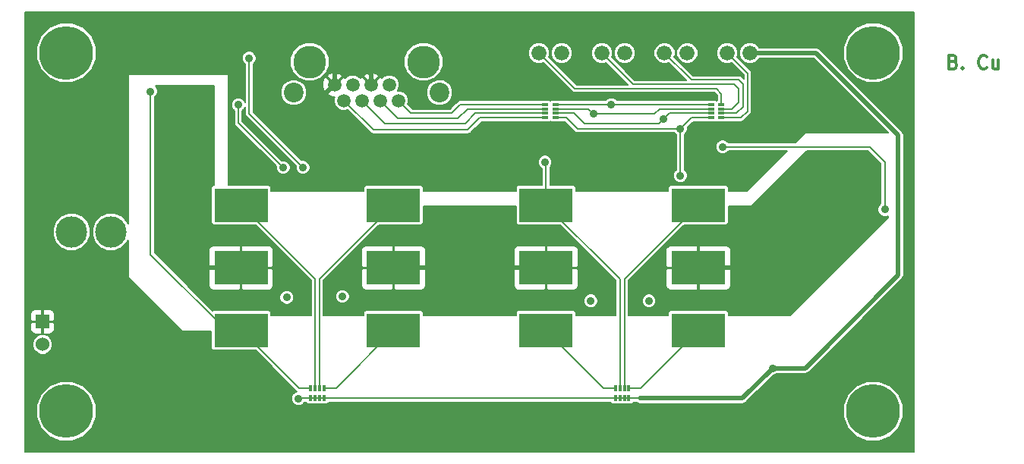
<source format=gbl>
G04 (created by PCBNEW (2013-mar-13)-testing) date Thu 26 Sep 2013 17:04:14 BST*
%MOIN*%
G04 Gerber Fmt 3.4, Leading zero omitted, Abs format*
%FSLAX34Y34*%
G01*
G70*
G90*
G04 APERTURE LIST*
%ADD10C,0.005906*%
%ADD11C,0.011811*%
%ADD12C,0.066000*%
%ADD13R,0.236220X0.149606*%
%ADD14R,0.011800X0.025600*%
%ADD15R,0.025600X0.011800*%
%ADD16C,0.236220*%
%ADD17C,0.143700*%
%ADD18C,0.059100*%
%ADD19C,0.086614*%
%ADD20C,0.137795*%
%ADD21R,0.060000X0.060000*%
%ADD22C,0.060000*%
%ADD23C,0.035000*%
%ADD24C,0.019685*%
%ADD25C,0.007874*%
G04 APERTURE END LIST*
G54D10*
G54D11*
X45649Y-7083D02*
X45733Y-7111D01*
X45762Y-7140D01*
X45790Y-7196D01*
X45790Y-7280D01*
X45762Y-7336D01*
X45733Y-7365D01*
X45677Y-7393D01*
X45452Y-7393D01*
X45452Y-6802D01*
X45649Y-6802D01*
X45705Y-6830D01*
X45733Y-6858D01*
X45762Y-6915D01*
X45762Y-6971D01*
X45733Y-7027D01*
X45705Y-7055D01*
X45649Y-7083D01*
X45452Y-7083D01*
X46043Y-7336D02*
X46071Y-7365D01*
X46043Y-7393D01*
X46015Y-7365D01*
X46043Y-7336D01*
X46043Y-7393D01*
X47111Y-7336D02*
X47083Y-7365D01*
X46999Y-7393D01*
X46943Y-7393D01*
X46858Y-7365D01*
X46802Y-7308D01*
X46774Y-7252D01*
X46746Y-7140D01*
X46746Y-7055D01*
X46774Y-6943D01*
X46802Y-6886D01*
X46858Y-6830D01*
X46943Y-6802D01*
X46999Y-6802D01*
X47083Y-6830D01*
X47111Y-6858D01*
X47618Y-6999D02*
X47618Y-7393D01*
X47365Y-6999D02*
X47365Y-7308D01*
X47393Y-7365D01*
X47449Y-7393D01*
X47533Y-7393D01*
X47589Y-7365D01*
X47618Y-7336D01*
G54D12*
X35720Y-6692D03*
X36720Y-6692D03*
X32964Y-6692D03*
X33964Y-6692D03*
X30208Y-6692D03*
X31208Y-6692D03*
X27452Y-6692D03*
X28452Y-6692D03*
G54D13*
X34448Y-13385D03*
X34448Y-16141D03*
X34448Y-18897D03*
X27755Y-13385D03*
X27755Y-16141D03*
X27755Y-18897D03*
X21062Y-13385D03*
X21062Y-16141D03*
X21062Y-18897D03*
X14370Y-13385D03*
X14370Y-16141D03*
X14370Y-18897D03*
G54D14*
X18011Y-21881D03*
X17814Y-21881D03*
X17617Y-21881D03*
X17420Y-21881D03*
X17420Y-21428D03*
X17617Y-21428D03*
X17814Y-21428D03*
X18011Y-21428D03*
X31397Y-21881D03*
X31200Y-21881D03*
X31003Y-21881D03*
X30806Y-21881D03*
X30806Y-21428D03*
X31003Y-21428D03*
X31200Y-21428D03*
X31397Y-21428D03*
G54D15*
X35008Y-9546D03*
X35008Y-9349D03*
X35008Y-9152D03*
X35008Y-8955D03*
X35461Y-8955D03*
X35461Y-9152D03*
X35461Y-9349D03*
X35461Y-9546D03*
X28180Y-8956D03*
X28180Y-9153D03*
X28180Y-9350D03*
X28180Y-9547D03*
X27727Y-9547D03*
X27727Y-9350D03*
X27727Y-9153D03*
X27727Y-8956D03*
G54D16*
X42125Y-22440D03*
X42125Y-6692D03*
X6692Y-6692D03*
X6692Y-22440D03*
G54D17*
X17381Y-7086D03*
X22381Y-7086D03*
G54D18*
X18476Y-8086D03*
X18877Y-8787D03*
X19279Y-8086D03*
X19681Y-8787D03*
X20082Y-8086D03*
X20484Y-8787D03*
X20885Y-8086D03*
X21287Y-8787D03*
G54D19*
X16681Y-8437D03*
X23082Y-8437D03*
G54D20*
X6929Y-14566D03*
X8661Y-14566D03*
G54D21*
X5649Y-18511D03*
G54D22*
X5649Y-19511D03*
G54D23*
X29724Y-17598D03*
X32283Y-17598D03*
X16377Y-17440D03*
X18818Y-17401D03*
X5905Y-11496D03*
X5354Y-11496D03*
X5590Y-11889D03*
X16889Y-21889D03*
X37716Y-20551D03*
X30629Y-8976D03*
X14251Y-8976D03*
X16220Y-11732D03*
X14724Y-6929D03*
X17086Y-11732D03*
X29842Y-9370D03*
X27716Y-11496D03*
X42637Y-13582D03*
X35511Y-10826D03*
X32913Y-9606D03*
X10393Y-8385D03*
X33661Y-10039D03*
X33661Y-12086D03*
X11732Y-9370D03*
X41181Y-12125D03*
G54D24*
X14409Y-5354D02*
X10472Y-5354D01*
X10472Y-5354D02*
X5905Y-9921D01*
X15354Y-6299D02*
X14409Y-5354D01*
X5905Y-11496D02*
X5905Y-9921D01*
X15354Y-8346D02*
X15354Y-6299D01*
X16456Y-9448D02*
X15354Y-8346D01*
X17086Y-9448D02*
X16456Y-9448D01*
X18448Y-8086D02*
X17086Y-9448D01*
X18448Y-8086D02*
X18476Y-8086D01*
X20082Y-8086D02*
X20082Y-7641D01*
X18476Y-7586D02*
X18476Y-8086D01*
X18818Y-7244D02*
X18476Y-7586D01*
X19685Y-7244D02*
X18818Y-7244D01*
X20082Y-7641D02*
X19685Y-7244D01*
G54D25*
X18011Y-21881D02*
X30806Y-21881D01*
X16897Y-21881D02*
X17420Y-21881D01*
G54D24*
X16889Y-21889D02*
X16897Y-21881D01*
X37716Y-20551D02*
X39133Y-20551D01*
X39606Y-6692D02*
X36720Y-6692D01*
X43228Y-10314D02*
X39606Y-6692D01*
X43228Y-16456D02*
X43228Y-10314D01*
X39133Y-20551D02*
X43228Y-16456D01*
X36386Y-21881D02*
X37716Y-20551D01*
X31889Y-21881D02*
X36386Y-21881D01*
G54D25*
X31397Y-21881D02*
X31889Y-21881D01*
X17420Y-21881D02*
X17617Y-21881D01*
X17617Y-21881D02*
X17814Y-21881D01*
X17814Y-21881D02*
X18011Y-21881D01*
X30806Y-21881D02*
X31003Y-21881D01*
X31003Y-21881D02*
X31200Y-21881D01*
X31200Y-21881D02*
X31397Y-21881D01*
X30629Y-8956D02*
X30629Y-8976D01*
X28180Y-8956D02*
X30629Y-8956D01*
X30629Y-8956D02*
X35007Y-8956D01*
X35007Y-8956D02*
X35008Y-8955D01*
X31586Y-8070D02*
X30208Y-6692D01*
X36021Y-8070D02*
X31586Y-8070D01*
X36219Y-8268D02*
X36021Y-8070D01*
X36219Y-8858D02*
X36219Y-8268D01*
X35924Y-9152D02*
X36219Y-8858D01*
X35461Y-9152D02*
X35924Y-9152D01*
X34145Y-7874D02*
X32964Y-6692D01*
X36220Y-7874D02*
X34145Y-7874D01*
X36417Y-8070D02*
X36220Y-7874D01*
X36417Y-9055D02*
X36417Y-8070D01*
X36122Y-9349D02*
X36417Y-9055D01*
X35461Y-9349D02*
X36122Y-9349D01*
X14251Y-9763D02*
X14251Y-8976D01*
X16220Y-11732D02*
X14251Y-9763D01*
X17814Y-16634D02*
X21062Y-13385D01*
X17814Y-21428D02*
X17814Y-16634D01*
X14724Y-9370D02*
X14724Y-6929D01*
X17086Y-11732D02*
X14724Y-9370D01*
X18011Y-21428D02*
X18532Y-21428D01*
X18532Y-21428D02*
X21062Y-18897D01*
X17617Y-21428D02*
X17617Y-16633D01*
X17617Y-16633D02*
X14370Y-13385D01*
X27727Y-9350D02*
X24664Y-9350D01*
X20696Y-9803D02*
X19681Y-8787D01*
X24212Y-9803D02*
X20696Y-9803D01*
X24664Y-9350D02*
X24212Y-9803D01*
X27727Y-8956D02*
X23995Y-8956D01*
X21830Y-9330D02*
X21287Y-8787D01*
X23622Y-9330D02*
X21830Y-9330D01*
X23995Y-8956D02*
X23622Y-9330D01*
X27727Y-9153D02*
X24310Y-9153D01*
X21263Y-9566D02*
X20484Y-8787D01*
X23897Y-9566D02*
X21263Y-9566D01*
X24310Y-9153D02*
X23897Y-9566D01*
X28180Y-9153D02*
X29626Y-9153D01*
X29626Y-9153D02*
X29842Y-9370D01*
X29842Y-9370D02*
X32519Y-9370D01*
X32519Y-9370D02*
X32736Y-9152D01*
X32736Y-9152D02*
X35008Y-9152D01*
X27727Y-9547D02*
X24861Y-9547D01*
X20169Y-10078D02*
X18877Y-8787D01*
X24330Y-10078D02*
X20169Y-10078D01*
X24861Y-9547D02*
X24330Y-10078D01*
X31200Y-16634D02*
X34448Y-13385D01*
X31200Y-21428D02*
X31200Y-16634D01*
X30806Y-21428D02*
X30286Y-21428D01*
X30286Y-21428D02*
X27755Y-18897D01*
X27755Y-11535D02*
X27755Y-13385D01*
X27716Y-11496D02*
X27755Y-11535D01*
X31003Y-21428D02*
X31003Y-16633D01*
X31003Y-16633D02*
X27755Y-13385D01*
X31397Y-21428D02*
X31917Y-21428D01*
X31917Y-21428D02*
X34448Y-18897D01*
X28180Y-9350D02*
X28996Y-9350D01*
X32716Y-9803D02*
X32913Y-9606D01*
X29448Y-9803D02*
X32716Y-9803D01*
X28996Y-9350D02*
X29448Y-9803D01*
X35008Y-9349D02*
X33169Y-9349D01*
X33169Y-9349D02*
X32913Y-9606D01*
X42637Y-13582D02*
X42637Y-11496D01*
X42637Y-11496D02*
X41968Y-10826D01*
X41968Y-10826D02*
X35511Y-10826D01*
X14370Y-18897D02*
X13740Y-18897D01*
X10393Y-15551D02*
X10393Y-8385D01*
X13740Y-18897D02*
X10393Y-15551D01*
X16900Y-21428D02*
X14370Y-18897D01*
X17420Y-21428D02*
X16900Y-21428D01*
X36614Y-7586D02*
X35720Y-6692D01*
X36614Y-9251D02*
X36614Y-7586D01*
X36319Y-9546D02*
X36614Y-9251D01*
X35461Y-9546D02*
X36319Y-9546D01*
X34153Y-9546D02*
X35008Y-9546D01*
X33661Y-10039D02*
X34153Y-9546D01*
X29133Y-10039D02*
X33661Y-10039D01*
X28642Y-9547D02*
X29133Y-10039D01*
X28180Y-9547D02*
X28642Y-9547D01*
X33661Y-12086D02*
X33661Y-10039D01*
X29027Y-8267D02*
X27452Y-6692D01*
X35236Y-8267D02*
X29027Y-8267D01*
X35461Y-8492D02*
X35236Y-8267D01*
X35461Y-8955D02*
X35461Y-8492D01*
G54D24*
X14370Y-16141D02*
X12755Y-16141D01*
X11732Y-15118D02*
X11732Y-9370D01*
X12755Y-16141D02*
X11732Y-15118D01*
X34448Y-16141D02*
X37165Y-16141D01*
X37165Y-16141D02*
X41181Y-12125D01*
X21062Y-16141D02*
X27755Y-16141D01*
G54D10*
G36*
X17440Y-18228D02*
X16692Y-18228D01*
X16692Y-17378D01*
X16644Y-17263D01*
X16556Y-17174D01*
X16440Y-17126D01*
X16315Y-17126D01*
X16200Y-17174D01*
X16111Y-17262D01*
X16063Y-17378D01*
X16063Y-17503D01*
X16111Y-17618D01*
X16199Y-17707D01*
X16315Y-17755D01*
X16440Y-17755D01*
X16555Y-17707D01*
X16644Y-17619D01*
X16692Y-17503D01*
X16692Y-17378D01*
X16692Y-18228D01*
X15790Y-18228D01*
X15790Y-16937D01*
X15790Y-16221D01*
X15790Y-16062D01*
X15790Y-15346D01*
X15754Y-15258D01*
X15686Y-15190D01*
X15598Y-15154D01*
X15503Y-15154D01*
X14449Y-15154D01*
X14389Y-15214D01*
X14389Y-16122D01*
X15730Y-16122D01*
X15790Y-16062D01*
X15790Y-16221D01*
X15730Y-16161D01*
X14389Y-16161D01*
X14389Y-17069D01*
X14449Y-17129D01*
X15503Y-17129D01*
X15598Y-17129D01*
X15686Y-17092D01*
X15754Y-17025D01*
X15790Y-16937D01*
X15790Y-18228D01*
X15688Y-18228D01*
X15688Y-18122D01*
X15667Y-18071D01*
X15629Y-18032D01*
X15578Y-18011D01*
X15523Y-18011D01*
X14350Y-18011D01*
X14350Y-17069D01*
X14350Y-16161D01*
X14350Y-16122D01*
X14350Y-15214D01*
X14290Y-15154D01*
X13236Y-15154D01*
X13141Y-15154D01*
X13053Y-15190D01*
X12986Y-15258D01*
X12949Y-15346D01*
X12949Y-16062D01*
X13009Y-16122D01*
X14350Y-16122D01*
X14350Y-16161D01*
X13009Y-16161D01*
X12949Y-16221D01*
X12949Y-16937D01*
X12986Y-17025D01*
X13053Y-17092D01*
X13141Y-17129D01*
X13236Y-17129D01*
X14290Y-17129D01*
X14350Y-17069D01*
X14350Y-18011D01*
X13161Y-18011D01*
X13121Y-18028D01*
X10570Y-15477D01*
X10570Y-8650D01*
X10658Y-8563D01*
X10706Y-8448D01*
X10706Y-8323D01*
X10659Y-8208D01*
X10599Y-8149D01*
X13188Y-8149D01*
X13188Y-12500D01*
X13161Y-12500D01*
X13110Y-12520D01*
X13072Y-12559D01*
X13051Y-12610D01*
X13051Y-12665D01*
X13051Y-14161D01*
X13072Y-14211D01*
X13110Y-14250D01*
X13161Y-14271D01*
X13216Y-14271D01*
X15005Y-14271D01*
X17440Y-16706D01*
X17440Y-18228D01*
X17440Y-18228D01*
G37*
G54D25*
X17440Y-18228D02*
X16692Y-18228D01*
X16692Y-17378D01*
X16644Y-17263D01*
X16556Y-17174D01*
X16440Y-17126D01*
X16315Y-17126D01*
X16200Y-17174D01*
X16111Y-17262D01*
X16063Y-17378D01*
X16063Y-17503D01*
X16111Y-17618D01*
X16199Y-17707D01*
X16315Y-17755D01*
X16440Y-17755D01*
X16555Y-17707D01*
X16644Y-17619D01*
X16692Y-17503D01*
X16692Y-17378D01*
X16692Y-18228D01*
X15790Y-18228D01*
X15790Y-16937D01*
X15790Y-16221D01*
X15790Y-16062D01*
X15790Y-15346D01*
X15754Y-15258D01*
X15686Y-15190D01*
X15598Y-15154D01*
X15503Y-15154D01*
X14449Y-15154D01*
X14389Y-15214D01*
X14389Y-16122D01*
X15730Y-16122D01*
X15790Y-16062D01*
X15790Y-16221D01*
X15730Y-16161D01*
X14389Y-16161D01*
X14389Y-17069D01*
X14449Y-17129D01*
X15503Y-17129D01*
X15598Y-17129D01*
X15686Y-17092D01*
X15754Y-17025D01*
X15790Y-16937D01*
X15790Y-18228D01*
X15688Y-18228D01*
X15688Y-18122D01*
X15667Y-18071D01*
X15629Y-18032D01*
X15578Y-18011D01*
X15523Y-18011D01*
X14350Y-18011D01*
X14350Y-17069D01*
X14350Y-16161D01*
X14350Y-16122D01*
X14350Y-15214D01*
X14290Y-15154D01*
X13236Y-15154D01*
X13141Y-15154D01*
X13053Y-15190D01*
X12986Y-15258D01*
X12949Y-15346D01*
X12949Y-16062D01*
X13009Y-16122D01*
X14350Y-16122D01*
X14350Y-16161D01*
X13009Y-16161D01*
X12949Y-16221D01*
X12949Y-16937D01*
X12986Y-17025D01*
X13053Y-17092D01*
X13141Y-17129D01*
X13236Y-17129D01*
X14290Y-17129D01*
X14350Y-17069D01*
X14350Y-18011D01*
X13161Y-18011D01*
X13121Y-18028D01*
X10570Y-15477D01*
X10570Y-8650D01*
X10658Y-8563D01*
X10706Y-8448D01*
X10706Y-8323D01*
X10659Y-8208D01*
X10599Y-8149D01*
X13188Y-8149D01*
X13188Y-12500D01*
X13161Y-12500D01*
X13110Y-12520D01*
X13072Y-12559D01*
X13051Y-12610D01*
X13051Y-12665D01*
X13051Y-14161D01*
X13072Y-14211D01*
X13110Y-14250D01*
X13161Y-14271D01*
X13216Y-14271D01*
X15005Y-14271D01*
X17440Y-16706D01*
X17440Y-18228D01*
G54D10*
G36*
X30826Y-18228D02*
X30038Y-18228D01*
X30038Y-17536D01*
X29991Y-17420D01*
X29902Y-17332D01*
X29787Y-17284D01*
X29662Y-17284D01*
X29546Y-17331D01*
X29458Y-17420D01*
X29410Y-17535D01*
X29409Y-17660D01*
X29457Y-17776D01*
X29546Y-17864D01*
X29661Y-17912D01*
X29786Y-17912D01*
X29902Y-17865D01*
X29990Y-17776D01*
X30038Y-17661D01*
X30038Y-17536D01*
X30038Y-18228D01*
X29176Y-18228D01*
X29176Y-16937D01*
X29176Y-16221D01*
X29176Y-16062D01*
X29176Y-15346D01*
X29139Y-15258D01*
X29072Y-15190D01*
X28984Y-15154D01*
X28889Y-15154D01*
X27835Y-15154D01*
X27775Y-15214D01*
X27775Y-16122D01*
X29116Y-16122D01*
X29176Y-16062D01*
X29176Y-16221D01*
X29116Y-16161D01*
X27775Y-16161D01*
X27775Y-17069D01*
X27835Y-17129D01*
X28889Y-17129D01*
X28984Y-17129D01*
X29072Y-17092D01*
X29139Y-17025D01*
X29176Y-16937D01*
X29176Y-18228D01*
X29074Y-18228D01*
X29074Y-18122D01*
X29053Y-18071D01*
X29015Y-18032D01*
X28964Y-18011D01*
X28909Y-18011D01*
X27736Y-18011D01*
X27736Y-17069D01*
X27736Y-16161D01*
X27736Y-16122D01*
X27736Y-15214D01*
X27676Y-15154D01*
X26622Y-15154D01*
X26527Y-15154D01*
X26439Y-15190D01*
X26371Y-15258D01*
X26335Y-15346D01*
X26335Y-16062D01*
X26395Y-16122D01*
X27736Y-16122D01*
X27736Y-16161D01*
X26395Y-16161D01*
X26335Y-16221D01*
X26335Y-16937D01*
X26371Y-17025D01*
X26439Y-17092D01*
X26527Y-17129D01*
X26622Y-17129D01*
X27676Y-17129D01*
X27736Y-17069D01*
X27736Y-18011D01*
X26547Y-18011D01*
X26496Y-18032D01*
X26457Y-18071D01*
X26437Y-18122D01*
X26437Y-18177D01*
X26437Y-18228D01*
X22483Y-18228D01*
X22483Y-16937D01*
X22483Y-16221D01*
X22483Y-16062D01*
X22483Y-15346D01*
X22447Y-15258D01*
X22379Y-15190D01*
X22291Y-15154D01*
X22196Y-15154D01*
X21142Y-15154D01*
X21082Y-15214D01*
X21082Y-16122D01*
X22423Y-16122D01*
X22483Y-16062D01*
X22483Y-16221D01*
X22423Y-16161D01*
X21082Y-16161D01*
X21082Y-17069D01*
X21142Y-17129D01*
X22196Y-17129D01*
X22291Y-17129D01*
X22379Y-17092D01*
X22447Y-17025D01*
X22483Y-16937D01*
X22483Y-18228D01*
X22383Y-18228D01*
X22383Y-18121D01*
X22362Y-18070D01*
X22323Y-18031D01*
X22271Y-18010D01*
X22216Y-18010D01*
X21043Y-18010D01*
X21043Y-17069D01*
X21043Y-16161D01*
X21043Y-16122D01*
X21043Y-15214D01*
X20983Y-15154D01*
X19929Y-15154D01*
X19834Y-15154D01*
X19746Y-15190D01*
X19678Y-15258D01*
X19642Y-15346D01*
X19642Y-16062D01*
X19702Y-16122D01*
X21043Y-16122D01*
X21043Y-16161D01*
X19702Y-16161D01*
X19642Y-16221D01*
X19642Y-16937D01*
X19678Y-17025D01*
X19746Y-17092D01*
X19834Y-17129D01*
X19929Y-17129D01*
X20983Y-17129D01*
X21043Y-17069D01*
X21043Y-18010D01*
X19854Y-18010D01*
X19802Y-18031D01*
X19763Y-18070D01*
X19742Y-18121D01*
X19742Y-18177D01*
X19742Y-18228D01*
X19133Y-18228D01*
X19133Y-17339D01*
X19085Y-17223D01*
X18997Y-17135D01*
X18881Y-17087D01*
X18756Y-17087D01*
X18641Y-17134D01*
X18552Y-17223D01*
X18504Y-17338D01*
X18504Y-17463D01*
X18552Y-17579D01*
X18640Y-17667D01*
X18756Y-17715D01*
X18881Y-17715D01*
X18996Y-17668D01*
X19085Y-17579D01*
X19133Y-17464D01*
X19133Y-17339D01*
X19133Y-18228D01*
X17991Y-18228D01*
X17991Y-16707D01*
X20427Y-14271D01*
X22271Y-14271D01*
X22322Y-14250D01*
X22360Y-14211D01*
X22381Y-14161D01*
X22381Y-14106D01*
X22381Y-13425D01*
X26437Y-13425D01*
X26437Y-14161D01*
X26457Y-14211D01*
X26496Y-14250D01*
X26547Y-14271D01*
X26602Y-14271D01*
X28391Y-14271D01*
X30826Y-16706D01*
X30826Y-18228D01*
X30826Y-18228D01*
G37*
G54D25*
X30826Y-18228D02*
X30038Y-18228D01*
X30038Y-17536D01*
X29991Y-17420D01*
X29902Y-17332D01*
X29787Y-17284D01*
X29662Y-17284D01*
X29546Y-17331D01*
X29458Y-17420D01*
X29410Y-17535D01*
X29409Y-17660D01*
X29457Y-17776D01*
X29546Y-17864D01*
X29661Y-17912D01*
X29786Y-17912D01*
X29902Y-17865D01*
X29990Y-17776D01*
X30038Y-17661D01*
X30038Y-17536D01*
X30038Y-18228D01*
X29176Y-18228D01*
X29176Y-16937D01*
X29176Y-16221D01*
X29176Y-16062D01*
X29176Y-15346D01*
X29139Y-15258D01*
X29072Y-15190D01*
X28984Y-15154D01*
X28889Y-15154D01*
X27835Y-15154D01*
X27775Y-15214D01*
X27775Y-16122D01*
X29116Y-16122D01*
X29176Y-16062D01*
X29176Y-16221D01*
X29116Y-16161D01*
X27775Y-16161D01*
X27775Y-17069D01*
X27835Y-17129D01*
X28889Y-17129D01*
X28984Y-17129D01*
X29072Y-17092D01*
X29139Y-17025D01*
X29176Y-16937D01*
X29176Y-18228D01*
X29074Y-18228D01*
X29074Y-18122D01*
X29053Y-18071D01*
X29015Y-18032D01*
X28964Y-18011D01*
X28909Y-18011D01*
X27736Y-18011D01*
X27736Y-17069D01*
X27736Y-16161D01*
X27736Y-16122D01*
X27736Y-15214D01*
X27676Y-15154D01*
X26622Y-15154D01*
X26527Y-15154D01*
X26439Y-15190D01*
X26371Y-15258D01*
X26335Y-15346D01*
X26335Y-16062D01*
X26395Y-16122D01*
X27736Y-16122D01*
X27736Y-16161D01*
X26395Y-16161D01*
X26335Y-16221D01*
X26335Y-16937D01*
X26371Y-17025D01*
X26439Y-17092D01*
X26527Y-17129D01*
X26622Y-17129D01*
X27676Y-17129D01*
X27736Y-17069D01*
X27736Y-18011D01*
X26547Y-18011D01*
X26496Y-18032D01*
X26457Y-18071D01*
X26437Y-18122D01*
X26437Y-18177D01*
X26437Y-18228D01*
X22483Y-18228D01*
X22483Y-16937D01*
X22483Y-16221D01*
X22483Y-16062D01*
X22483Y-15346D01*
X22447Y-15258D01*
X22379Y-15190D01*
X22291Y-15154D01*
X22196Y-15154D01*
X21142Y-15154D01*
X21082Y-15214D01*
X21082Y-16122D01*
X22423Y-16122D01*
X22483Y-16062D01*
X22483Y-16221D01*
X22423Y-16161D01*
X21082Y-16161D01*
X21082Y-17069D01*
X21142Y-17129D01*
X22196Y-17129D01*
X22291Y-17129D01*
X22379Y-17092D01*
X22447Y-17025D01*
X22483Y-16937D01*
X22483Y-18228D01*
X22383Y-18228D01*
X22383Y-18121D01*
X22362Y-18070D01*
X22323Y-18031D01*
X22271Y-18010D01*
X22216Y-18010D01*
X21043Y-18010D01*
X21043Y-17069D01*
X21043Y-16161D01*
X21043Y-16122D01*
X21043Y-15214D01*
X20983Y-15154D01*
X19929Y-15154D01*
X19834Y-15154D01*
X19746Y-15190D01*
X19678Y-15258D01*
X19642Y-15346D01*
X19642Y-16062D01*
X19702Y-16122D01*
X21043Y-16122D01*
X21043Y-16161D01*
X19702Y-16161D01*
X19642Y-16221D01*
X19642Y-16937D01*
X19678Y-17025D01*
X19746Y-17092D01*
X19834Y-17129D01*
X19929Y-17129D01*
X20983Y-17129D01*
X21043Y-17069D01*
X21043Y-18010D01*
X19854Y-18010D01*
X19802Y-18031D01*
X19763Y-18070D01*
X19742Y-18121D01*
X19742Y-18177D01*
X19742Y-18228D01*
X19133Y-18228D01*
X19133Y-17339D01*
X19085Y-17223D01*
X18997Y-17135D01*
X18881Y-17087D01*
X18756Y-17087D01*
X18641Y-17134D01*
X18552Y-17223D01*
X18504Y-17338D01*
X18504Y-17463D01*
X18552Y-17579D01*
X18640Y-17667D01*
X18756Y-17715D01*
X18881Y-17715D01*
X18996Y-17668D01*
X19085Y-17579D01*
X19133Y-17464D01*
X19133Y-17339D01*
X19133Y-18228D01*
X17991Y-18228D01*
X17991Y-16707D01*
X20427Y-14271D01*
X22271Y-14271D01*
X22322Y-14250D01*
X22360Y-14211D01*
X22381Y-14161D01*
X22381Y-14106D01*
X22381Y-13425D01*
X26437Y-13425D01*
X26437Y-14161D01*
X26457Y-14211D01*
X26496Y-14250D01*
X26547Y-14271D01*
X26602Y-14271D01*
X28391Y-14271D01*
X30826Y-16706D01*
X30826Y-18228D01*
G54D10*
G36*
X42795Y-13920D02*
X38487Y-18228D01*
X35869Y-18228D01*
X35869Y-16937D01*
X35869Y-16221D01*
X35869Y-16062D01*
X35869Y-15346D01*
X35832Y-15258D01*
X35765Y-15190D01*
X35677Y-15154D01*
X35582Y-15154D01*
X34528Y-15154D01*
X34468Y-15214D01*
X34468Y-16122D01*
X35809Y-16122D01*
X35869Y-16062D01*
X35869Y-16221D01*
X35809Y-16161D01*
X34468Y-16161D01*
X34468Y-17069D01*
X34528Y-17129D01*
X35582Y-17129D01*
X35677Y-17129D01*
X35765Y-17092D01*
X35832Y-17025D01*
X35869Y-16937D01*
X35869Y-18228D01*
X35767Y-18228D01*
X35767Y-18122D01*
X35746Y-18071D01*
X35707Y-18032D01*
X35657Y-18011D01*
X35602Y-18011D01*
X34429Y-18011D01*
X34429Y-17069D01*
X34429Y-16161D01*
X34429Y-16122D01*
X34429Y-15214D01*
X34369Y-15154D01*
X33315Y-15154D01*
X33220Y-15154D01*
X33132Y-15190D01*
X33064Y-15258D01*
X33028Y-15346D01*
X33028Y-16062D01*
X33088Y-16122D01*
X34429Y-16122D01*
X34429Y-16161D01*
X33088Y-16161D01*
X33028Y-16221D01*
X33028Y-16937D01*
X33064Y-17025D01*
X33132Y-17092D01*
X33220Y-17129D01*
X33315Y-17129D01*
X34369Y-17129D01*
X34429Y-17069D01*
X34429Y-18011D01*
X33240Y-18011D01*
X33189Y-18032D01*
X33150Y-18071D01*
X33129Y-18122D01*
X33129Y-18177D01*
X33129Y-18228D01*
X32597Y-18228D01*
X32597Y-17536D01*
X32550Y-17420D01*
X32461Y-17332D01*
X32346Y-17284D01*
X32221Y-17284D01*
X32105Y-17331D01*
X32017Y-17420D01*
X31969Y-17535D01*
X31969Y-17660D01*
X32016Y-17776D01*
X32105Y-17864D01*
X32220Y-17912D01*
X32345Y-17912D01*
X32461Y-17865D01*
X32549Y-17776D01*
X32597Y-17661D01*
X32597Y-17536D01*
X32597Y-18228D01*
X31377Y-18228D01*
X31377Y-16707D01*
X33813Y-14271D01*
X35657Y-14271D01*
X35707Y-14250D01*
X35746Y-14211D01*
X35767Y-14161D01*
X35767Y-14106D01*
X35767Y-13425D01*
X36787Y-13425D01*
X39209Y-11003D01*
X41895Y-11003D01*
X42460Y-11569D01*
X42460Y-13317D01*
X42372Y-13405D01*
X42325Y-13520D01*
X42324Y-13644D01*
X42372Y-13759D01*
X42460Y-13847D01*
X42575Y-13895D01*
X42699Y-13895D01*
X42795Y-13856D01*
X42795Y-13920D01*
X42795Y-13920D01*
G37*
G54D25*
X42795Y-13920D02*
X38487Y-18228D01*
X35869Y-18228D01*
X35869Y-16937D01*
X35869Y-16221D01*
X35869Y-16062D01*
X35869Y-15346D01*
X35832Y-15258D01*
X35765Y-15190D01*
X35677Y-15154D01*
X35582Y-15154D01*
X34528Y-15154D01*
X34468Y-15214D01*
X34468Y-16122D01*
X35809Y-16122D01*
X35869Y-16062D01*
X35869Y-16221D01*
X35809Y-16161D01*
X34468Y-16161D01*
X34468Y-17069D01*
X34528Y-17129D01*
X35582Y-17129D01*
X35677Y-17129D01*
X35765Y-17092D01*
X35832Y-17025D01*
X35869Y-16937D01*
X35869Y-18228D01*
X35767Y-18228D01*
X35767Y-18122D01*
X35746Y-18071D01*
X35707Y-18032D01*
X35657Y-18011D01*
X35602Y-18011D01*
X34429Y-18011D01*
X34429Y-17069D01*
X34429Y-16161D01*
X34429Y-16122D01*
X34429Y-15214D01*
X34369Y-15154D01*
X33315Y-15154D01*
X33220Y-15154D01*
X33132Y-15190D01*
X33064Y-15258D01*
X33028Y-15346D01*
X33028Y-16062D01*
X33088Y-16122D01*
X34429Y-16122D01*
X34429Y-16161D01*
X33088Y-16161D01*
X33028Y-16221D01*
X33028Y-16937D01*
X33064Y-17025D01*
X33132Y-17092D01*
X33220Y-17129D01*
X33315Y-17129D01*
X34369Y-17129D01*
X34429Y-17069D01*
X34429Y-18011D01*
X33240Y-18011D01*
X33189Y-18032D01*
X33150Y-18071D01*
X33129Y-18122D01*
X33129Y-18177D01*
X33129Y-18228D01*
X32597Y-18228D01*
X32597Y-17536D01*
X32550Y-17420D01*
X32461Y-17332D01*
X32346Y-17284D01*
X32221Y-17284D01*
X32105Y-17331D01*
X32017Y-17420D01*
X31969Y-17535D01*
X31969Y-17660D01*
X32016Y-17776D01*
X32105Y-17864D01*
X32220Y-17912D01*
X32345Y-17912D01*
X32461Y-17865D01*
X32549Y-17776D01*
X32597Y-17661D01*
X32597Y-17536D01*
X32597Y-18228D01*
X31377Y-18228D01*
X31377Y-16707D01*
X33813Y-14271D01*
X35657Y-14271D01*
X35707Y-14250D01*
X35746Y-14211D01*
X35767Y-14161D01*
X35767Y-14106D01*
X35767Y-13425D01*
X36787Y-13425D01*
X39209Y-11003D01*
X41895Y-11003D01*
X42460Y-11569D01*
X42460Y-13317D01*
X42372Y-13405D01*
X42325Y-13520D01*
X42324Y-13644D01*
X42372Y-13759D01*
X42460Y-13847D01*
X42575Y-13895D01*
X42699Y-13895D01*
X42795Y-13856D01*
X42795Y-13920D01*
G54D10*
G36*
X43927Y-24242D02*
X43466Y-24242D01*
X43466Y-16456D01*
X43466Y-10314D01*
X43448Y-10223D01*
X43448Y-10223D01*
X43446Y-10221D01*
X43446Y-6431D01*
X43246Y-5945D01*
X42874Y-5574D01*
X42389Y-5372D01*
X41864Y-5372D01*
X41378Y-5572D01*
X41007Y-5943D01*
X40805Y-6429D01*
X40805Y-6954D01*
X41005Y-7439D01*
X41377Y-7811D01*
X41862Y-8013D01*
X42387Y-8013D01*
X42872Y-7813D01*
X43244Y-7441D01*
X43446Y-6956D01*
X43446Y-6431D01*
X43446Y-10221D01*
X43427Y-10193D01*
X43396Y-10146D01*
X39774Y-6524D01*
X39697Y-6473D01*
X39606Y-6455D01*
X37130Y-6455D01*
X37118Y-6427D01*
X36986Y-6295D01*
X36814Y-6223D01*
X36627Y-6223D01*
X36454Y-6294D01*
X36322Y-6426D01*
X36251Y-6599D01*
X36251Y-6785D01*
X36322Y-6958D01*
X36454Y-7090D01*
X36626Y-7162D01*
X36813Y-7162D01*
X36986Y-7091D01*
X37118Y-6959D01*
X37129Y-6930D01*
X39507Y-6930D01*
X42773Y-10196D01*
X39156Y-10196D01*
X38704Y-10649D01*
X36791Y-10649D01*
X36791Y-9251D01*
X36791Y-7586D01*
X36777Y-7518D01*
X36777Y-7518D01*
X36739Y-7461D01*
X36151Y-6873D01*
X36188Y-6786D01*
X36188Y-6600D01*
X36117Y-6428D01*
X35985Y-6296D01*
X35813Y-6225D01*
X35627Y-6225D01*
X35455Y-6296D01*
X35324Y-6427D01*
X35252Y-6599D01*
X35252Y-6785D01*
X35323Y-6957D01*
X35455Y-7089D01*
X35627Y-7160D01*
X35813Y-7160D01*
X35901Y-7124D01*
X36437Y-7659D01*
X36437Y-7840D01*
X36345Y-7748D01*
X36288Y-7710D01*
X36220Y-7696D01*
X34434Y-7696D01*
X34434Y-6599D01*
X34362Y-6427D01*
X34230Y-6295D01*
X34058Y-6223D01*
X33871Y-6223D01*
X33699Y-6294D01*
X33566Y-6426D01*
X33495Y-6599D01*
X33495Y-6785D01*
X33566Y-6958D01*
X33698Y-7090D01*
X33870Y-7162D01*
X34057Y-7162D01*
X34230Y-7091D01*
X34362Y-6959D01*
X34433Y-6786D01*
X34434Y-6599D01*
X34434Y-7696D01*
X34219Y-7696D01*
X33395Y-6873D01*
X33432Y-6786D01*
X33432Y-6600D01*
X33361Y-6428D01*
X33229Y-6296D01*
X33058Y-6225D01*
X32871Y-6225D01*
X32699Y-6296D01*
X32568Y-6427D01*
X32496Y-6599D01*
X32496Y-6785D01*
X32567Y-6957D01*
X32699Y-7089D01*
X32871Y-7160D01*
X33057Y-7160D01*
X33145Y-7124D01*
X33914Y-7893D01*
X31678Y-7893D01*
X31678Y-6599D01*
X31606Y-6427D01*
X31474Y-6295D01*
X31302Y-6223D01*
X31115Y-6223D01*
X30943Y-6294D01*
X30810Y-6426D01*
X30739Y-6599D01*
X30739Y-6785D01*
X30810Y-6958D01*
X30942Y-7090D01*
X31114Y-7162D01*
X31301Y-7162D01*
X31474Y-7091D01*
X31606Y-6959D01*
X31677Y-6786D01*
X31678Y-6599D01*
X31678Y-7893D01*
X31659Y-7893D01*
X30640Y-6873D01*
X30676Y-6786D01*
X30676Y-6600D01*
X30605Y-6428D01*
X30473Y-6296D01*
X30302Y-6225D01*
X30116Y-6225D01*
X29944Y-6296D01*
X29812Y-6427D01*
X29740Y-6599D01*
X29740Y-6785D01*
X29811Y-6957D01*
X29943Y-7089D01*
X30115Y-7160D01*
X30301Y-7160D01*
X30389Y-7124D01*
X31355Y-8090D01*
X29100Y-8090D01*
X28922Y-7911D01*
X28922Y-6599D01*
X28850Y-6427D01*
X28718Y-6295D01*
X28546Y-6223D01*
X28359Y-6223D01*
X28187Y-6294D01*
X28055Y-6426D01*
X27983Y-6599D01*
X27983Y-6785D01*
X28054Y-6958D01*
X28186Y-7090D01*
X28358Y-7162D01*
X28545Y-7162D01*
X28718Y-7091D01*
X28850Y-6959D01*
X28922Y-6786D01*
X28922Y-6599D01*
X28922Y-7911D01*
X27884Y-6873D01*
X27920Y-6786D01*
X27920Y-6600D01*
X27849Y-6428D01*
X27718Y-6296D01*
X27546Y-6225D01*
X27360Y-6225D01*
X27188Y-6296D01*
X27056Y-6427D01*
X26985Y-6599D01*
X26984Y-6785D01*
X27055Y-6957D01*
X27187Y-7089D01*
X27359Y-7160D01*
X27545Y-7160D01*
X27633Y-7124D01*
X28902Y-8392D01*
X28959Y-8431D01*
X29027Y-8444D01*
X35162Y-8444D01*
X35284Y-8566D01*
X35284Y-8768D01*
X35255Y-8780D01*
X35234Y-8800D01*
X35214Y-8780D01*
X35163Y-8759D01*
X35108Y-8759D01*
X34852Y-8759D01*
X34803Y-8779D01*
X30875Y-8779D01*
X30807Y-8711D01*
X30692Y-8663D01*
X30567Y-8663D01*
X30452Y-8711D01*
X30384Y-8779D01*
X28383Y-8779D01*
X28336Y-8760D01*
X28281Y-8760D01*
X28025Y-8760D01*
X27974Y-8781D01*
X27954Y-8801D01*
X27933Y-8781D01*
X27883Y-8760D01*
X27828Y-8760D01*
X27572Y-8760D01*
X27524Y-8779D01*
X23995Y-8779D01*
X23927Y-8793D01*
X23870Y-8831D01*
X23655Y-9046D01*
X23655Y-8323D01*
X23568Y-8113D01*
X23407Y-7951D01*
X23239Y-7882D01*
X23239Y-6916D01*
X23109Y-6601D01*
X22868Y-6359D01*
X22553Y-6228D01*
X22211Y-6228D01*
X21896Y-6358D01*
X21655Y-6600D01*
X21524Y-6915D01*
X21523Y-7256D01*
X21654Y-7571D01*
X21895Y-7813D01*
X22210Y-7944D01*
X22551Y-7944D01*
X22867Y-7814D01*
X23108Y-7573D01*
X23239Y-7258D01*
X23239Y-6916D01*
X23239Y-7882D01*
X23197Y-7864D01*
X22969Y-7864D01*
X22758Y-7951D01*
X22597Y-8112D01*
X22510Y-8322D01*
X22510Y-8550D01*
X22597Y-8760D01*
X22757Y-8922D01*
X22968Y-9009D01*
X23196Y-9009D01*
X23406Y-8922D01*
X23567Y-8761D01*
X23655Y-8551D01*
X23655Y-8323D01*
X23655Y-9046D01*
X23548Y-9153D01*
X21904Y-9153D01*
X21692Y-8941D01*
X21720Y-8873D01*
X21720Y-8701D01*
X21654Y-8542D01*
X21533Y-8420D01*
X21373Y-8354D01*
X21233Y-8354D01*
X21254Y-8333D01*
X21320Y-8173D01*
X21320Y-8000D01*
X21254Y-7840D01*
X21132Y-7718D01*
X20972Y-7651D01*
X20799Y-7651D01*
X20639Y-7717D01*
X20547Y-7810D01*
X20537Y-7785D01*
X20535Y-7782D01*
X20439Y-7757D01*
X20411Y-7785D01*
X20411Y-7729D01*
X20387Y-7634D01*
X20190Y-7552D01*
X19977Y-7551D01*
X19781Y-7632D01*
X19778Y-7634D01*
X19753Y-7729D01*
X20082Y-8058D01*
X20411Y-7729D01*
X20411Y-7785D01*
X20110Y-8086D01*
X20116Y-8092D01*
X20088Y-8120D01*
X20082Y-8114D01*
X20077Y-8120D01*
X20049Y-8092D01*
X20054Y-8086D01*
X19725Y-7757D01*
X19630Y-7782D01*
X19618Y-7810D01*
X19526Y-7718D01*
X19366Y-7651D01*
X19193Y-7651D01*
X19033Y-7717D01*
X18941Y-7810D01*
X18930Y-7785D01*
X18928Y-7782D01*
X18833Y-7757D01*
X18805Y-7785D01*
X18805Y-7729D01*
X18780Y-7634D01*
X18584Y-7552D01*
X18371Y-7551D01*
X18239Y-7605D01*
X18239Y-6916D01*
X18109Y-6601D01*
X17868Y-6359D01*
X17553Y-6228D01*
X17211Y-6228D01*
X16896Y-6358D01*
X16655Y-6600D01*
X16524Y-6915D01*
X16523Y-7256D01*
X16654Y-7571D01*
X16895Y-7813D01*
X17210Y-7944D01*
X17551Y-7944D01*
X17867Y-7814D01*
X18108Y-7573D01*
X18239Y-7258D01*
X18239Y-6916D01*
X18239Y-7605D01*
X18174Y-7632D01*
X18171Y-7634D01*
X18147Y-7729D01*
X18476Y-8058D01*
X18805Y-7729D01*
X18805Y-7785D01*
X18504Y-8086D01*
X18509Y-8092D01*
X18481Y-8120D01*
X18476Y-8114D01*
X18448Y-8142D01*
X18448Y-8086D01*
X18119Y-7757D01*
X18023Y-7782D01*
X17941Y-7978D01*
X17941Y-8191D01*
X18021Y-8388D01*
X18023Y-8391D01*
X18119Y-8415D01*
X18448Y-8086D01*
X18448Y-8142D01*
X18147Y-8443D01*
X18171Y-8539D01*
X18368Y-8621D01*
X18477Y-8621D01*
X18444Y-8700D01*
X18444Y-8873D01*
X18510Y-9032D01*
X18632Y-9154D01*
X18791Y-9220D01*
X18963Y-9220D01*
X19032Y-9192D01*
X20044Y-10204D01*
X20101Y-10242D01*
X20169Y-10255D01*
X24330Y-10255D01*
X24398Y-10242D01*
X24398Y-10242D01*
X24455Y-10204D01*
X24934Y-9725D01*
X27524Y-9725D01*
X27572Y-9744D01*
X27627Y-9744D01*
X27883Y-9744D01*
X27933Y-9723D01*
X27954Y-9703D01*
X27974Y-9723D01*
X28025Y-9744D01*
X28080Y-9744D01*
X28336Y-9744D01*
X28383Y-9725D01*
X28569Y-9725D01*
X29008Y-10164D01*
X29066Y-10203D01*
X29066Y-10203D01*
X29133Y-10216D01*
X33396Y-10216D01*
X33484Y-10304D01*
X33484Y-10304D01*
X33484Y-11821D01*
X33396Y-11909D01*
X33348Y-12024D01*
X33348Y-12148D01*
X33396Y-12263D01*
X33484Y-12351D01*
X33598Y-12399D01*
X33723Y-12399D01*
X33838Y-12351D01*
X33926Y-12264D01*
X33974Y-12149D01*
X33974Y-12024D01*
X33926Y-11909D01*
X33838Y-11821D01*
X33838Y-11821D01*
X33838Y-10304D01*
X33926Y-10216D01*
X33974Y-10101D01*
X33974Y-9977D01*
X33974Y-9977D01*
X34227Y-9724D01*
X34805Y-9724D01*
X34852Y-9743D01*
X34907Y-9743D01*
X35163Y-9743D01*
X35214Y-9722D01*
X35234Y-9702D01*
X35255Y-9722D01*
X35305Y-9743D01*
X35360Y-9743D01*
X35616Y-9743D01*
X35664Y-9724D01*
X36319Y-9724D01*
X36386Y-9710D01*
X36386Y-9710D01*
X36444Y-9672D01*
X36739Y-9377D01*
X36777Y-9319D01*
X36791Y-9251D01*
X36791Y-10649D01*
X35776Y-10649D01*
X35689Y-10561D01*
X35574Y-10514D01*
X35449Y-10513D01*
X35334Y-10561D01*
X35246Y-10649D01*
X35199Y-10764D01*
X35198Y-10888D01*
X35246Y-11003D01*
X35334Y-11091D01*
X35449Y-11139D01*
X35573Y-11139D01*
X35688Y-11092D01*
X35776Y-11004D01*
X35776Y-11003D01*
X38349Y-11003D01*
X36597Y-12755D01*
X35767Y-12755D01*
X35767Y-12610D01*
X35746Y-12559D01*
X35707Y-12520D01*
X35657Y-12500D01*
X35602Y-12500D01*
X33240Y-12500D01*
X33189Y-12520D01*
X33150Y-12559D01*
X33129Y-12610D01*
X33129Y-12665D01*
X33129Y-12755D01*
X29074Y-12755D01*
X29074Y-12610D01*
X29053Y-12559D01*
X29015Y-12520D01*
X28964Y-12500D01*
X28909Y-12500D01*
X27933Y-12500D01*
X27933Y-11721D01*
X27981Y-11673D01*
X28029Y-11558D01*
X28029Y-11434D01*
X27981Y-11319D01*
X27893Y-11231D01*
X27779Y-11183D01*
X27654Y-11183D01*
X27539Y-11230D01*
X27451Y-11318D01*
X27403Y-11433D01*
X27403Y-11558D01*
X27451Y-11673D01*
X27539Y-11761D01*
X27578Y-11777D01*
X27578Y-12500D01*
X26547Y-12500D01*
X26496Y-12520D01*
X26457Y-12559D01*
X26437Y-12610D01*
X26437Y-12665D01*
X26437Y-12755D01*
X22381Y-12755D01*
X22381Y-12610D01*
X22360Y-12559D01*
X22322Y-12520D01*
X22271Y-12500D01*
X22216Y-12500D01*
X19854Y-12500D01*
X19803Y-12520D01*
X19765Y-12559D01*
X19744Y-12610D01*
X19744Y-12665D01*
X19744Y-12755D01*
X17401Y-12755D01*
X17401Y-11670D01*
X17353Y-11554D01*
X17264Y-11465D01*
X17253Y-11461D01*
X17253Y-8323D01*
X17166Y-8113D01*
X17005Y-7951D01*
X16795Y-7864D01*
X16567Y-7864D01*
X16357Y-7951D01*
X16196Y-8112D01*
X16108Y-8322D01*
X16108Y-8550D01*
X16195Y-8760D01*
X16356Y-8922D01*
X16566Y-9009D01*
X16794Y-9009D01*
X17004Y-8922D01*
X17166Y-8761D01*
X17253Y-8551D01*
X17253Y-8323D01*
X17253Y-11461D01*
X17149Y-11417D01*
X17024Y-11417D01*
X14903Y-9296D01*
X14903Y-7194D01*
X14990Y-7107D01*
X15038Y-6991D01*
X15038Y-6866D01*
X14991Y-6751D01*
X14902Y-6662D01*
X14787Y-6614D01*
X14662Y-6614D01*
X14546Y-6662D01*
X14458Y-6750D01*
X14410Y-6866D01*
X14409Y-6991D01*
X14457Y-7106D01*
X14545Y-7195D01*
X14545Y-8868D01*
X14517Y-8799D01*
X14429Y-8711D01*
X14314Y-8663D01*
X14190Y-8663D01*
X14075Y-8711D01*
X13986Y-8798D01*
X13939Y-8913D01*
X13939Y-9038D01*
X13986Y-9153D01*
X14074Y-9241D01*
X14074Y-9241D01*
X14074Y-9763D01*
X14088Y-9831D01*
X14126Y-9889D01*
X15907Y-11670D01*
X15907Y-11794D01*
X15955Y-11909D01*
X16043Y-11997D01*
X16157Y-12045D01*
X16282Y-12045D01*
X16397Y-11997D01*
X16485Y-11909D01*
X16533Y-11794D01*
X16533Y-11670D01*
X16485Y-11555D01*
X16397Y-11467D01*
X16282Y-11419D01*
X16158Y-11419D01*
X16158Y-11419D01*
X14429Y-9690D01*
X14429Y-9241D01*
X14516Y-9153D01*
X14545Y-9084D01*
X14545Y-9370D01*
X14559Y-9438D01*
X14598Y-9496D01*
X16772Y-11670D01*
X16772Y-11794D01*
X16819Y-11910D01*
X16908Y-11998D01*
X17023Y-12046D01*
X17148Y-12046D01*
X17264Y-11998D01*
X17352Y-11910D01*
X17400Y-11795D01*
X17401Y-11670D01*
X17401Y-12755D01*
X15688Y-12755D01*
X15688Y-12610D01*
X15667Y-12559D01*
X15629Y-12520D01*
X15578Y-12500D01*
X15523Y-12500D01*
X13818Y-12500D01*
X13818Y-7637D01*
X9409Y-7637D01*
X9409Y-14208D01*
X9364Y-14098D01*
X9131Y-13865D01*
X8826Y-13738D01*
X8497Y-13738D01*
X8192Y-13864D01*
X8013Y-14043D01*
X8013Y-6431D01*
X7813Y-5945D01*
X7441Y-5574D01*
X6956Y-5372D01*
X6431Y-5372D01*
X5945Y-5572D01*
X5574Y-5943D01*
X5372Y-6429D01*
X5372Y-6954D01*
X5572Y-7439D01*
X5943Y-7811D01*
X6429Y-8013D01*
X6954Y-8013D01*
X7439Y-7813D01*
X7811Y-7441D01*
X8013Y-6956D01*
X8013Y-6431D01*
X8013Y-14043D01*
X7959Y-14097D01*
X7833Y-14401D01*
X7832Y-14730D01*
X7958Y-15035D01*
X8191Y-15268D01*
X8495Y-15395D01*
X8825Y-15395D01*
X9130Y-15269D01*
X9363Y-15036D01*
X9409Y-14925D01*
X9409Y-16551D01*
X11794Y-18937D01*
X13051Y-18937D01*
X13051Y-19673D01*
X13072Y-19723D01*
X13110Y-19762D01*
X13161Y-19783D01*
X13216Y-19783D01*
X15005Y-19783D01*
X16775Y-21553D01*
X16815Y-21580D01*
X16711Y-21623D01*
X16623Y-21711D01*
X16575Y-21826D01*
X16575Y-21952D01*
X16623Y-22067D01*
X16711Y-22156D01*
X16826Y-22204D01*
X16952Y-22204D01*
X17067Y-22156D01*
X17156Y-22068D01*
X17159Y-22060D01*
X17231Y-22060D01*
X17243Y-22088D01*
X17282Y-22127D01*
X17333Y-22148D01*
X17389Y-22148D01*
X17507Y-22148D01*
X17519Y-22144D01*
X17530Y-22148D01*
X17586Y-22148D01*
X17704Y-22148D01*
X17716Y-22144D01*
X17727Y-22148D01*
X17783Y-22148D01*
X17901Y-22148D01*
X17913Y-22144D01*
X17924Y-22148D01*
X17980Y-22148D01*
X18098Y-22148D01*
X18149Y-22127D01*
X18188Y-22088D01*
X18200Y-22060D01*
X30617Y-22060D01*
X30629Y-22088D01*
X30668Y-22127D01*
X30719Y-22148D01*
X30775Y-22148D01*
X30893Y-22148D01*
X30904Y-22144D01*
X30916Y-22148D01*
X30972Y-22148D01*
X31090Y-22148D01*
X31101Y-22144D01*
X31113Y-22148D01*
X31169Y-22148D01*
X31287Y-22148D01*
X31298Y-22144D01*
X31310Y-22148D01*
X31366Y-22148D01*
X31484Y-22148D01*
X31535Y-22127D01*
X31574Y-22088D01*
X31586Y-22060D01*
X31737Y-22060D01*
X31798Y-22101D01*
X31889Y-22119D01*
X36386Y-22119D01*
X36386Y-22119D01*
X36477Y-22101D01*
X36477Y-22101D01*
X36554Y-22049D01*
X37738Y-20865D01*
X37778Y-20865D01*
X37894Y-20817D01*
X37923Y-20788D01*
X39133Y-20788D01*
X39133Y-20788D01*
X39224Y-20770D01*
X39224Y-20770D01*
X39302Y-20719D01*
X43346Y-16674D01*
X43396Y-16624D01*
X43396Y-16624D01*
X43448Y-16547D01*
X43466Y-16456D01*
X43466Y-16456D01*
X43466Y-24242D01*
X43446Y-24242D01*
X43446Y-22179D01*
X43346Y-21936D01*
X43246Y-21693D01*
X42874Y-21322D01*
X42389Y-21120D01*
X41864Y-21120D01*
X41378Y-21320D01*
X41007Y-21691D01*
X40805Y-22177D01*
X40805Y-22702D01*
X41005Y-23187D01*
X41377Y-23559D01*
X41862Y-23761D01*
X42387Y-23761D01*
X42872Y-23561D01*
X43244Y-23189D01*
X43346Y-22945D01*
X43446Y-22704D01*
X43446Y-22179D01*
X43446Y-24242D01*
X43346Y-24242D01*
X8013Y-24242D01*
X8013Y-22179D01*
X7813Y-21693D01*
X7757Y-21638D01*
X7757Y-14402D01*
X7631Y-14098D01*
X7398Y-13865D01*
X7094Y-13738D01*
X6765Y-13738D01*
X6460Y-13864D01*
X6227Y-14097D01*
X6100Y-14401D01*
X6100Y-14730D01*
X6226Y-15035D01*
X6459Y-15268D01*
X6763Y-15395D01*
X7093Y-15395D01*
X7397Y-15269D01*
X7630Y-15036D01*
X7757Y-14732D01*
X7757Y-14402D01*
X7757Y-21638D01*
X7441Y-21322D01*
X6956Y-21120D01*
X6431Y-21120D01*
X6188Y-21220D01*
X6188Y-18859D01*
X6188Y-18591D01*
X6188Y-18432D01*
X6188Y-18164D01*
X6152Y-18076D01*
X6085Y-18008D01*
X5997Y-17972D01*
X5901Y-17972D01*
X5729Y-17972D01*
X5669Y-18032D01*
X5669Y-18492D01*
X6129Y-18492D01*
X6188Y-18432D01*
X6188Y-18591D01*
X6129Y-18531D01*
X5669Y-18531D01*
X5669Y-18991D01*
X5729Y-19051D01*
X5901Y-19051D01*
X5997Y-19051D01*
X6085Y-19014D01*
X6152Y-18947D01*
X6188Y-18859D01*
X6188Y-21220D01*
X6089Y-21261D01*
X6089Y-19424D01*
X6022Y-19263D01*
X5898Y-19139D01*
X5737Y-19072D01*
X5629Y-19072D01*
X5629Y-18991D01*
X5629Y-18531D01*
X5629Y-18492D01*
X5629Y-18032D01*
X5570Y-17972D01*
X5397Y-17972D01*
X5301Y-17972D01*
X5214Y-18008D01*
X5146Y-18076D01*
X5110Y-18164D01*
X5110Y-18432D01*
X5170Y-18492D01*
X5629Y-18492D01*
X5629Y-18531D01*
X5170Y-18531D01*
X5110Y-18591D01*
X5110Y-18859D01*
X5146Y-18947D01*
X5214Y-19014D01*
X5301Y-19051D01*
X5397Y-19051D01*
X5570Y-19051D01*
X5629Y-18991D01*
X5629Y-19072D01*
X5562Y-19072D01*
X5401Y-19139D01*
X5277Y-19262D01*
X5210Y-19424D01*
X5210Y-19598D01*
X5276Y-19760D01*
X5400Y-19884D01*
X5561Y-19951D01*
X5736Y-19951D01*
X5898Y-19884D01*
X6021Y-19761D01*
X6088Y-19599D01*
X6089Y-19424D01*
X6089Y-21261D01*
X5945Y-21320D01*
X5574Y-21691D01*
X5372Y-22177D01*
X5372Y-22702D01*
X5572Y-23187D01*
X5943Y-23559D01*
X6429Y-23761D01*
X6954Y-23761D01*
X7439Y-23561D01*
X7811Y-23189D01*
X8013Y-22704D01*
X8013Y-22179D01*
X8013Y-24242D01*
X4891Y-24242D01*
X4891Y-4891D01*
X43927Y-4891D01*
X43927Y-24242D01*
X43927Y-24242D01*
G37*
G54D25*
X43927Y-24242D02*
X43466Y-24242D01*
X43466Y-16456D01*
X43466Y-10314D01*
X43448Y-10223D01*
X43448Y-10223D01*
X43446Y-10221D01*
X43446Y-6431D01*
X43246Y-5945D01*
X42874Y-5574D01*
X42389Y-5372D01*
X41864Y-5372D01*
X41378Y-5572D01*
X41007Y-5943D01*
X40805Y-6429D01*
X40805Y-6954D01*
X41005Y-7439D01*
X41377Y-7811D01*
X41862Y-8013D01*
X42387Y-8013D01*
X42872Y-7813D01*
X43244Y-7441D01*
X43446Y-6956D01*
X43446Y-6431D01*
X43446Y-10221D01*
X43427Y-10193D01*
X43396Y-10146D01*
X39774Y-6524D01*
X39697Y-6473D01*
X39606Y-6455D01*
X37130Y-6455D01*
X37118Y-6427D01*
X36986Y-6295D01*
X36814Y-6223D01*
X36627Y-6223D01*
X36454Y-6294D01*
X36322Y-6426D01*
X36251Y-6599D01*
X36251Y-6785D01*
X36322Y-6958D01*
X36454Y-7090D01*
X36626Y-7162D01*
X36813Y-7162D01*
X36986Y-7091D01*
X37118Y-6959D01*
X37129Y-6930D01*
X39507Y-6930D01*
X42773Y-10196D01*
X39156Y-10196D01*
X38704Y-10649D01*
X36791Y-10649D01*
X36791Y-9251D01*
X36791Y-7586D01*
X36777Y-7518D01*
X36777Y-7518D01*
X36739Y-7461D01*
X36151Y-6873D01*
X36188Y-6786D01*
X36188Y-6600D01*
X36117Y-6428D01*
X35985Y-6296D01*
X35813Y-6225D01*
X35627Y-6225D01*
X35455Y-6296D01*
X35324Y-6427D01*
X35252Y-6599D01*
X35252Y-6785D01*
X35323Y-6957D01*
X35455Y-7089D01*
X35627Y-7160D01*
X35813Y-7160D01*
X35901Y-7124D01*
X36437Y-7659D01*
X36437Y-7840D01*
X36345Y-7748D01*
X36288Y-7710D01*
X36220Y-7696D01*
X34434Y-7696D01*
X34434Y-6599D01*
X34362Y-6427D01*
X34230Y-6295D01*
X34058Y-6223D01*
X33871Y-6223D01*
X33699Y-6294D01*
X33566Y-6426D01*
X33495Y-6599D01*
X33495Y-6785D01*
X33566Y-6958D01*
X33698Y-7090D01*
X33870Y-7162D01*
X34057Y-7162D01*
X34230Y-7091D01*
X34362Y-6959D01*
X34433Y-6786D01*
X34434Y-6599D01*
X34434Y-7696D01*
X34219Y-7696D01*
X33395Y-6873D01*
X33432Y-6786D01*
X33432Y-6600D01*
X33361Y-6428D01*
X33229Y-6296D01*
X33058Y-6225D01*
X32871Y-6225D01*
X32699Y-6296D01*
X32568Y-6427D01*
X32496Y-6599D01*
X32496Y-6785D01*
X32567Y-6957D01*
X32699Y-7089D01*
X32871Y-7160D01*
X33057Y-7160D01*
X33145Y-7124D01*
X33914Y-7893D01*
X31678Y-7893D01*
X31678Y-6599D01*
X31606Y-6427D01*
X31474Y-6295D01*
X31302Y-6223D01*
X31115Y-6223D01*
X30943Y-6294D01*
X30810Y-6426D01*
X30739Y-6599D01*
X30739Y-6785D01*
X30810Y-6958D01*
X30942Y-7090D01*
X31114Y-7162D01*
X31301Y-7162D01*
X31474Y-7091D01*
X31606Y-6959D01*
X31677Y-6786D01*
X31678Y-6599D01*
X31678Y-7893D01*
X31659Y-7893D01*
X30640Y-6873D01*
X30676Y-6786D01*
X30676Y-6600D01*
X30605Y-6428D01*
X30473Y-6296D01*
X30302Y-6225D01*
X30116Y-6225D01*
X29944Y-6296D01*
X29812Y-6427D01*
X29740Y-6599D01*
X29740Y-6785D01*
X29811Y-6957D01*
X29943Y-7089D01*
X30115Y-7160D01*
X30301Y-7160D01*
X30389Y-7124D01*
X31355Y-8090D01*
X29100Y-8090D01*
X28922Y-7911D01*
X28922Y-6599D01*
X28850Y-6427D01*
X28718Y-6295D01*
X28546Y-6223D01*
X28359Y-6223D01*
X28187Y-6294D01*
X28055Y-6426D01*
X27983Y-6599D01*
X27983Y-6785D01*
X28054Y-6958D01*
X28186Y-7090D01*
X28358Y-7162D01*
X28545Y-7162D01*
X28718Y-7091D01*
X28850Y-6959D01*
X28922Y-6786D01*
X28922Y-6599D01*
X28922Y-7911D01*
X27884Y-6873D01*
X27920Y-6786D01*
X27920Y-6600D01*
X27849Y-6428D01*
X27718Y-6296D01*
X27546Y-6225D01*
X27360Y-6225D01*
X27188Y-6296D01*
X27056Y-6427D01*
X26985Y-6599D01*
X26984Y-6785D01*
X27055Y-6957D01*
X27187Y-7089D01*
X27359Y-7160D01*
X27545Y-7160D01*
X27633Y-7124D01*
X28902Y-8392D01*
X28959Y-8431D01*
X29027Y-8444D01*
X35162Y-8444D01*
X35284Y-8566D01*
X35284Y-8768D01*
X35255Y-8780D01*
X35234Y-8800D01*
X35214Y-8780D01*
X35163Y-8759D01*
X35108Y-8759D01*
X34852Y-8759D01*
X34803Y-8779D01*
X30875Y-8779D01*
X30807Y-8711D01*
X30692Y-8663D01*
X30567Y-8663D01*
X30452Y-8711D01*
X30384Y-8779D01*
X28383Y-8779D01*
X28336Y-8760D01*
X28281Y-8760D01*
X28025Y-8760D01*
X27974Y-8781D01*
X27954Y-8801D01*
X27933Y-8781D01*
X27883Y-8760D01*
X27828Y-8760D01*
X27572Y-8760D01*
X27524Y-8779D01*
X23995Y-8779D01*
X23927Y-8793D01*
X23870Y-8831D01*
X23655Y-9046D01*
X23655Y-8323D01*
X23568Y-8113D01*
X23407Y-7951D01*
X23239Y-7882D01*
X23239Y-6916D01*
X23109Y-6601D01*
X22868Y-6359D01*
X22553Y-6228D01*
X22211Y-6228D01*
X21896Y-6358D01*
X21655Y-6600D01*
X21524Y-6915D01*
X21523Y-7256D01*
X21654Y-7571D01*
X21895Y-7813D01*
X22210Y-7944D01*
X22551Y-7944D01*
X22867Y-7814D01*
X23108Y-7573D01*
X23239Y-7258D01*
X23239Y-6916D01*
X23239Y-7882D01*
X23197Y-7864D01*
X22969Y-7864D01*
X22758Y-7951D01*
X22597Y-8112D01*
X22510Y-8322D01*
X22510Y-8550D01*
X22597Y-8760D01*
X22757Y-8922D01*
X22968Y-9009D01*
X23196Y-9009D01*
X23406Y-8922D01*
X23567Y-8761D01*
X23655Y-8551D01*
X23655Y-8323D01*
X23655Y-9046D01*
X23548Y-9153D01*
X21904Y-9153D01*
X21692Y-8941D01*
X21720Y-8873D01*
X21720Y-8701D01*
X21654Y-8542D01*
X21533Y-8420D01*
X21373Y-8354D01*
X21233Y-8354D01*
X21254Y-8333D01*
X21320Y-8173D01*
X21320Y-8000D01*
X21254Y-7840D01*
X21132Y-7718D01*
X20972Y-7651D01*
X20799Y-7651D01*
X20639Y-7717D01*
X20547Y-7810D01*
X20537Y-7785D01*
X20535Y-7782D01*
X20439Y-7757D01*
X20411Y-7785D01*
X20411Y-7729D01*
X20387Y-7634D01*
X20190Y-7552D01*
X19977Y-7551D01*
X19781Y-7632D01*
X19778Y-7634D01*
X19753Y-7729D01*
X20082Y-8058D01*
X20411Y-7729D01*
X20411Y-7785D01*
X20110Y-8086D01*
X20116Y-8092D01*
X20088Y-8120D01*
X20082Y-8114D01*
X20077Y-8120D01*
X20049Y-8092D01*
X20054Y-8086D01*
X19725Y-7757D01*
X19630Y-7782D01*
X19618Y-7810D01*
X19526Y-7718D01*
X19366Y-7651D01*
X19193Y-7651D01*
X19033Y-7717D01*
X18941Y-7810D01*
X18930Y-7785D01*
X18928Y-7782D01*
X18833Y-7757D01*
X18805Y-7785D01*
X18805Y-7729D01*
X18780Y-7634D01*
X18584Y-7552D01*
X18371Y-7551D01*
X18239Y-7605D01*
X18239Y-6916D01*
X18109Y-6601D01*
X17868Y-6359D01*
X17553Y-6228D01*
X17211Y-6228D01*
X16896Y-6358D01*
X16655Y-6600D01*
X16524Y-6915D01*
X16523Y-7256D01*
X16654Y-7571D01*
X16895Y-7813D01*
X17210Y-7944D01*
X17551Y-7944D01*
X17867Y-7814D01*
X18108Y-7573D01*
X18239Y-7258D01*
X18239Y-6916D01*
X18239Y-7605D01*
X18174Y-7632D01*
X18171Y-7634D01*
X18147Y-7729D01*
X18476Y-8058D01*
X18805Y-7729D01*
X18805Y-7785D01*
X18504Y-8086D01*
X18509Y-8092D01*
X18481Y-8120D01*
X18476Y-8114D01*
X18448Y-8142D01*
X18448Y-8086D01*
X18119Y-7757D01*
X18023Y-7782D01*
X17941Y-7978D01*
X17941Y-8191D01*
X18021Y-8388D01*
X18023Y-8391D01*
X18119Y-8415D01*
X18448Y-8086D01*
X18448Y-8142D01*
X18147Y-8443D01*
X18171Y-8539D01*
X18368Y-8621D01*
X18477Y-8621D01*
X18444Y-8700D01*
X18444Y-8873D01*
X18510Y-9032D01*
X18632Y-9154D01*
X18791Y-9220D01*
X18963Y-9220D01*
X19032Y-9192D01*
X20044Y-10204D01*
X20101Y-10242D01*
X20169Y-10255D01*
X24330Y-10255D01*
X24398Y-10242D01*
X24398Y-10242D01*
X24455Y-10204D01*
X24934Y-9725D01*
X27524Y-9725D01*
X27572Y-9744D01*
X27627Y-9744D01*
X27883Y-9744D01*
X27933Y-9723D01*
X27954Y-9703D01*
X27974Y-9723D01*
X28025Y-9744D01*
X28080Y-9744D01*
X28336Y-9744D01*
X28383Y-9725D01*
X28569Y-9725D01*
X29008Y-10164D01*
X29066Y-10203D01*
X29066Y-10203D01*
X29133Y-10216D01*
X33396Y-10216D01*
X33484Y-10304D01*
X33484Y-10304D01*
X33484Y-11821D01*
X33396Y-11909D01*
X33348Y-12024D01*
X33348Y-12148D01*
X33396Y-12263D01*
X33484Y-12351D01*
X33598Y-12399D01*
X33723Y-12399D01*
X33838Y-12351D01*
X33926Y-12264D01*
X33974Y-12149D01*
X33974Y-12024D01*
X33926Y-11909D01*
X33838Y-11821D01*
X33838Y-11821D01*
X33838Y-10304D01*
X33926Y-10216D01*
X33974Y-10101D01*
X33974Y-9977D01*
X33974Y-9977D01*
X34227Y-9724D01*
X34805Y-9724D01*
X34852Y-9743D01*
X34907Y-9743D01*
X35163Y-9743D01*
X35214Y-9722D01*
X35234Y-9702D01*
X35255Y-9722D01*
X35305Y-9743D01*
X35360Y-9743D01*
X35616Y-9743D01*
X35664Y-9724D01*
X36319Y-9724D01*
X36386Y-9710D01*
X36386Y-9710D01*
X36444Y-9672D01*
X36739Y-9377D01*
X36777Y-9319D01*
X36791Y-9251D01*
X36791Y-10649D01*
X35776Y-10649D01*
X35689Y-10561D01*
X35574Y-10514D01*
X35449Y-10513D01*
X35334Y-10561D01*
X35246Y-10649D01*
X35199Y-10764D01*
X35198Y-10888D01*
X35246Y-11003D01*
X35334Y-11091D01*
X35449Y-11139D01*
X35573Y-11139D01*
X35688Y-11092D01*
X35776Y-11004D01*
X35776Y-11003D01*
X38349Y-11003D01*
X36597Y-12755D01*
X35767Y-12755D01*
X35767Y-12610D01*
X35746Y-12559D01*
X35707Y-12520D01*
X35657Y-12500D01*
X35602Y-12500D01*
X33240Y-12500D01*
X33189Y-12520D01*
X33150Y-12559D01*
X33129Y-12610D01*
X33129Y-12665D01*
X33129Y-12755D01*
X29074Y-12755D01*
X29074Y-12610D01*
X29053Y-12559D01*
X29015Y-12520D01*
X28964Y-12500D01*
X28909Y-12500D01*
X27933Y-12500D01*
X27933Y-11721D01*
X27981Y-11673D01*
X28029Y-11558D01*
X28029Y-11434D01*
X27981Y-11319D01*
X27893Y-11231D01*
X27779Y-11183D01*
X27654Y-11183D01*
X27539Y-11230D01*
X27451Y-11318D01*
X27403Y-11433D01*
X27403Y-11558D01*
X27451Y-11673D01*
X27539Y-11761D01*
X27578Y-11777D01*
X27578Y-12500D01*
X26547Y-12500D01*
X26496Y-12520D01*
X26457Y-12559D01*
X26437Y-12610D01*
X26437Y-12665D01*
X26437Y-12755D01*
X22381Y-12755D01*
X22381Y-12610D01*
X22360Y-12559D01*
X22322Y-12520D01*
X22271Y-12500D01*
X22216Y-12500D01*
X19854Y-12500D01*
X19803Y-12520D01*
X19765Y-12559D01*
X19744Y-12610D01*
X19744Y-12665D01*
X19744Y-12755D01*
X17401Y-12755D01*
X17401Y-11670D01*
X17353Y-11554D01*
X17264Y-11465D01*
X17253Y-11461D01*
X17253Y-8323D01*
X17166Y-8113D01*
X17005Y-7951D01*
X16795Y-7864D01*
X16567Y-7864D01*
X16357Y-7951D01*
X16196Y-8112D01*
X16108Y-8322D01*
X16108Y-8550D01*
X16195Y-8760D01*
X16356Y-8922D01*
X16566Y-9009D01*
X16794Y-9009D01*
X17004Y-8922D01*
X17166Y-8761D01*
X17253Y-8551D01*
X17253Y-8323D01*
X17253Y-11461D01*
X17149Y-11417D01*
X17024Y-11417D01*
X14903Y-9296D01*
X14903Y-7194D01*
X14990Y-7107D01*
X15038Y-6991D01*
X15038Y-6866D01*
X14991Y-6751D01*
X14902Y-6662D01*
X14787Y-6614D01*
X14662Y-6614D01*
X14546Y-6662D01*
X14458Y-6750D01*
X14410Y-6866D01*
X14409Y-6991D01*
X14457Y-7106D01*
X14545Y-7195D01*
X14545Y-8868D01*
X14517Y-8799D01*
X14429Y-8711D01*
X14314Y-8663D01*
X14190Y-8663D01*
X14075Y-8711D01*
X13986Y-8798D01*
X13939Y-8913D01*
X13939Y-9038D01*
X13986Y-9153D01*
X14074Y-9241D01*
X14074Y-9241D01*
X14074Y-9763D01*
X14088Y-9831D01*
X14126Y-9889D01*
X15907Y-11670D01*
X15907Y-11794D01*
X15955Y-11909D01*
X16043Y-11997D01*
X16157Y-12045D01*
X16282Y-12045D01*
X16397Y-11997D01*
X16485Y-11909D01*
X16533Y-11794D01*
X16533Y-11670D01*
X16485Y-11555D01*
X16397Y-11467D01*
X16282Y-11419D01*
X16158Y-11419D01*
X16158Y-11419D01*
X14429Y-9690D01*
X14429Y-9241D01*
X14516Y-9153D01*
X14545Y-9084D01*
X14545Y-9370D01*
X14559Y-9438D01*
X14598Y-9496D01*
X16772Y-11670D01*
X16772Y-11794D01*
X16819Y-11910D01*
X16908Y-11998D01*
X17023Y-12046D01*
X17148Y-12046D01*
X17264Y-11998D01*
X17352Y-11910D01*
X17400Y-11795D01*
X17401Y-11670D01*
X17401Y-12755D01*
X15688Y-12755D01*
X15688Y-12610D01*
X15667Y-12559D01*
X15629Y-12520D01*
X15578Y-12500D01*
X15523Y-12500D01*
X13818Y-12500D01*
X13818Y-7637D01*
X9409Y-7637D01*
X9409Y-14208D01*
X9364Y-14098D01*
X9131Y-13865D01*
X8826Y-13738D01*
X8497Y-13738D01*
X8192Y-13864D01*
X8013Y-14043D01*
X8013Y-6431D01*
X7813Y-5945D01*
X7441Y-5574D01*
X6956Y-5372D01*
X6431Y-5372D01*
X5945Y-5572D01*
X5574Y-5943D01*
X5372Y-6429D01*
X5372Y-6954D01*
X5572Y-7439D01*
X5943Y-7811D01*
X6429Y-8013D01*
X6954Y-8013D01*
X7439Y-7813D01*
X7811Y-7441D01*
X8013Y-6956D01*
X8013Y-6431D01*
X8013Y-14043D01*
X7959Y-14097D01*
X7833Y-14401D01*
X7832Y-14730D01*
X7958Y-15035D01*
X8191Y-15268D01*
X8495Y-15395D01*
X8825Y-15395D01*
X9130Y-15269D01*
X9363Y-15036D01*
X9409Y-14925D01*
X9409Y-16551D01*
X11794Y-18937D01*
X13051Y-18937D01*
X13051Y-19673D01*
X13072Y-19723D01*
X13110Y-19762D01*
X13161Y-19783D01*
X13216Y-19783D01*
X15005Y-19783D01*
X16775Y-21553D01*
X16815Y-21580D01*
X16711Y-21623D01*
X16623Y-21711D01*
X16575Y-21826D01*
X16575Y-21952D01*
X16623Y-22067D01*
X16711Y-22156D01*
X16826Y-22204D01*
X16952Y-22204D01*
X17067Y-22156D01*
X17156Y-22068D01*
X17159Y-22060D01*
X17231Y-22060D01*
X17243Y-22088D01*
X17282Y-22127D01*
X17333Y-22148D01*
X17389Y-22148D01*
X17507Y-22148D01*
X17519Y-22144D01*
X17530Y-22148D01*
X17586Y-22148D01*
X17704Y-22148D01*
X17716Y-22144D01*
X17727Y-22148D01*
X17783Y-22148D01*
X17901Y-22148D01*
X17913Y-22144D01*
X17924Y-22148D01*
X17980Y-22148D01*
X18098Y-22148D01*
X18149Y-22127D01*
X18188Y-22088D01*
X18200Y-22060D01*
X30617Y-22060D01*
X30629Y-22088D01*
X30668Y-22127D01*
X30719Y-22148D01*
X30775Y-22148D01*
X30893Y-22148D01*
X30904Y-22144D01*
X30916Y-22148D01*
X30972Y-22148D01*
X31090Y-22148D01*
X31101Y-22144D01*
X31113Y-22148D01*
X31169Y-22148D01*
X31287Y-22148D01*
X31298Y-22144D01*
X31310Y-22148D01*
X31366Y-22148D01*
X31484Y-22148D01*
X31535Y-22127D01*
X31574Y-22088D01*
X31586Y-22060D01*
X31737Y-22060D01*
X31798Y-22101D01*
X31889Y-22119D01*
X36386Y-22119D01*
X36386Y-22119D01*
X36477Y-22101D01*
X36477Y-22101D01*
X36554Y-22049D01*
X37738Y-20865D01*
X37778Y-20865D01*
X37894Y-20817D01*
X37923Y-20788D01*
X39133Y-20788D01*
X39133Y-20788D01*
X39224Y-20770D01*
X39224Y-20770D01*
X39302Y-20719D01*
X43346Y-16674D01*
X43396Y-16624D01*
X43396Y-16624D01*
X43448Y-16547D01*
X43466Y-16456D01*
X43466Y-16456D01*
X43466Y-24242D01*
X43446Y-24242D01*
X43446Y-22179D01*
X43346Y-21936D01*
X43246Y-21693D01*
X42874Y-21322D01*
X42389Y-21120D01*
X41864Y-21120D01*
X41378Y-21320D01*
X41007Y-21691D01*
X40805Y-22177D01*
X40805Y-22702D01*
X41005Y-23187D01*
X41377Y-23559D01*
X41862Y-23761D01*
X42387Y-23761D01*
X42872Y-23561D01*
X43244Y-23189D01*
X43346Y-22945D01*
X43446Y-22704D01*
X43446Y-22179D01*
X43446Y-24242D01*
X43346Y-24242D01*
X8013Y-24242D01*
X8013Y-22179D01*
X7813Y-21693D01*
X7757Y-21638D01*
X7757Y-14402D01*
X7631Y-14098D01*
X7398Y-13865D01*
X7094Y-13738D01*
X6765Y-13738D01*
X6460Y-13864D01*
X6227Y-14097D01*
X6100Y-14401D01*
X6100Y-14730D01*
X6226Y-15035D01*
X6459Y-15268D01*
X6763Y-15395D01*
X7093Y-15395D01*
X7397Y-15269D01*
X7630Y-15036D01*
X7757Y-14732D01*
X7757Y-14402D01*
X7757Y-21638D01*
X7441Y-21322D01*
X6956Y-21120D01*
X6431Y-21120D01*
X6188Y-21220D01*
X6188Y-18859D01*
X6188Y-18591D01*
X6188Y-18432D01*
X6188Y-18164D01*
X6152Y-18076D01*
X6085Y-18008D01*
X5997Y-17972D01*
X5901Y-17972D01*
X5729Y-17972D01*
X5669Y-18032D01*
X5669Y-18492D01*
X6129Y-18492D01*
X6188Y-18432D01*
X6188Y-18591D01*
X6129Y-18531D01*
X5669Y-18531D01*
X5669Y-18991D01*
X5729Y-19051D01*
X5901Y-19051D01*
X5997Y-19051D01*
X6085Y-19014D01*
X6152Y-18947D01*
X6188Y-18859D01*
X6188Y-21220D01*
X6089Y-21261D01*
X6089Y-19424D01*
X6022Y-19263D01*
X5898Y-19139D01*
X5737Y-19072D01*
X5629Y-19072D01*
X5629Y-18991D01*
X5629Y-18531D01*
X5629Y-18492D01*
X5629Y-18032D01*
X5570Y-17972D01*
X5397Y-17972D01*
X5301Y-17972D01*
X5214Y-18008D01*
X5146Y-18076D01*
X5110Y-18164D01*
X5110Y-18432D01*
X5170Y-18492D01*
X5629Y-18492D01*
X5629Y-18531D01*
X5170Y-18531D01*
X5110Y-18591D01*
X5110Y-18859D01*
X5146Y-18947D01*
X5214Y-19014D01*
X5301Y-19051D01*
X5397Y-19051D01*
X5570Y-19051D01*
X5629Y-18991D01*
X5629Y-19072D01*
X5562Y-19072D01*
X5401Y-19139D01*
X5277Y-19262D01*
X5210Y-19424D01*
X5210Y-19598D01*
X5276Y-19760D01*
X5400Y-19884D01*
X5561Y-19951D01*
X5736Y-19951D01*
X5898Y-19884D01*
X6021Y-19761D01*
X6088Y-19599D01*
X6089Y-19424D01*
X6089Y-21261D01*
X5945Y-21320D01*
X5574Y-21691D01*
X5372Y-22177D01*
X5372Y-22702D01*
X5572Y-23187D01*
X5943Y-23559D01*
X6429Y-23761D01*
X6954Y-23761D01*
X7439Y-23561D01*
X7811Y-23189D01*
X8013Y-22704D01*
X8013Y-22179D01*
X8013Y-24242D01*
X4891Y-24242D01*
X4891Y-4891D01*
X43927Y-4891D01*
X43927Y-24242D01*
M02*

</source>
